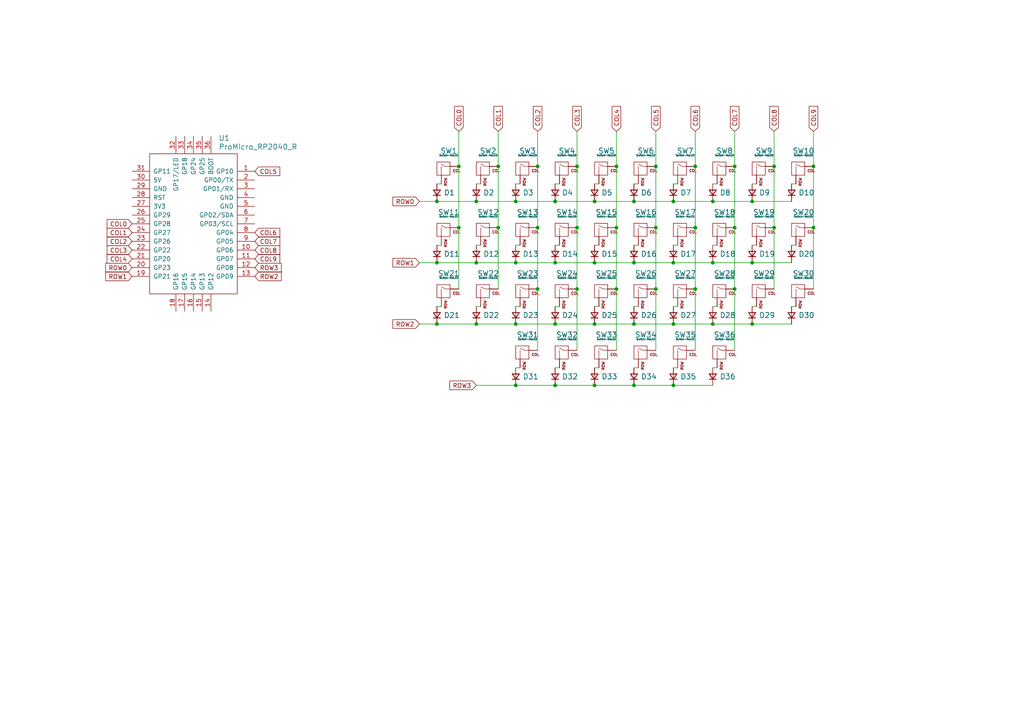
<source format=kicad_sch>
(kicad_sch (version 20230121) (generator eeschema)
  (paper "A4")
  (lib_symbols
    (symbol "KBD:Diode" (pin_numbers hide) (pin_names (offset 1.016) hide)
      (property "Reference" "D" (at -3.81 -1.27 90))
      (symbol "Diode_0_1"
        (polyline (pts (xy -0.762 -2.286) (xy -0.762 -0.254)) (stroke (width 0.254)))
        (polyline (pts (xy -0.762 -1.27) (xy 0.762 -1.27)))
        (polyline (pts (xy 0.762 -2.286) (xy -0.762 -1.27) (xy 0.762 -0.254) (xy 0.762 -2.286)) (stroke (width 0.254)))
      )
      (symbol "Diode_1_1"
        (pin passive line (at -2.54 -1.27 0) (length 1.778) (name "K") (number "1"))
        (pin passive line (at 2.54 -1.27 180) (length 1.778) (name "A") (number "2"))
      )
    )
    (symbol "KBD:ProMicro_RP2040_R" (pin_names (offset 1.016))
      (property "Reference" "U" (at 0 27.94 0))
      (property "Value" "ProMicro_RP2040_R" (at 0 -29.21 0))
      (symbol "ProMicro_RP2040_R_0_1"
        (rectangle (start -12.7 -20.32) (end 12.7 20.32))
      )
      (symbol "ProMicro_RP2040_R_1_1"
        (pin bidirectional line (at 17.78 15.24 180) (length 5.08) (name "GP10") (number "1"))
        (pin bidirectional line (at 17.78 -7.62 180) (length 5.08) (name "GP06") (number "10"))
        (pin bidirectional line (at 17.78 -10.16 180) (length 5.08) (name "GP07") (number "11"))
        (pin bidirectional line (at 17.78 -12.7 180) (length 5.08) (name "GP08") (number "12"))
        (pin bidirectional line (at 17.78 -15.24 180) (length 5.08) (name "GP09") (number "13"))
        (pin bidirectional line (at 5.08 -25.4 90) (length 5.08) (name "GP12") (number "14"))
        (pin bidirectional line (at 2.54 -25.4 90) (length 5.08) (name "GP13") (number "15"))
        (pin bidirectional line (at 0 -25.4 90) (length 5.08) (name "GP14") (number "16"))
        (pin bidirectional line (at -2.54 -25.4 90) (length 5.08) (name "GP15") (number "17"))
        (pin bidirectional line (at -5.08 -25.4 90) (length 5.08) (name "GP16") (number "18"))
        (pin bidirectional line (at -17.78 -15.24 0) (length 5.08) (name "GP21") (number "19"))
        (pin bidirectional line (at 17.78 12.7 180) (length 5.08) (name "GP00/TX") (number "2"))
        (pin bidirectional line (at -17.78 -12.7 0) (length 5.08) (name "GP23") (number "20"))
        (pin bidirectional line (at -17.78 -10.16 0) (length 5.08) (name "GP20") (number "21"))
        (pin bidirectional line (at -17.78 -7.62 0) (length 5.08) (name "GP22") (number "22"))
        (pin bidirectional line (at -17.78 -5.08 0) (length 5.08) (name "GP26") (number "23"))
        (pin bidirectional line (at -17.78 -2.54 0) (length 5.08) (name "GP27") (number "24"))
        (pin bidirectional line (at -17.78 0 0) (length 5.08) (name "GP28") (number "25"))
        (pin bidirectional line (at -17.78 2.54 0) (length 5.08) (name "GP29") (number "26"))
        (pin power_in line (at -17.78 5.08 0) (length 5.08) (name "3V3") (number "27"))
        (pin input line (at -17.78 7.62 0) (length 5.08) (name "RST") (number "28"))
        (pin power_in line (at -17.78 10.16 0) (length 5.08) (name "GND") (number "29"))
        (pin bidirectional line (at 17.78 10.16 180) (length 5.08) (name "GP01/RX") (number "3"))
        (pin power_out line (at -17.78 12.7 0) (length 5.08) (name "5V") (number "30"))
        (pin power_out line (at -17.78 15.24 0) (length 5.08) (name "GP11") (number "31"))
        (pin bidirectional line (at -5.08 25.4 270) (length 5.08) (name "GP17/LED") (number "32"))
        (pin bidirectional line (at -2.54 25.4 270) (length 5.08) (name "GP18") (number "33"))
        (pin bidirectional line (at 0 25.4 270) (length 5.08) (name "GP24") (number "34"))
        (pin bidirectional line (at 2.54 25.4 270) (length 5.08) (name "GP25") (number "35"))
        (pin bidirectional line (at 5.08 25.4 270) (length 5.08) (name "BOOT") (number "36"))
        (pin power_in line (at 17.78 7.62 180) (length 5.08) (name "GND") (number "4"))
        (pin power_in line (at 17.78 5.08 180) (length 5.08) (name "GND") (number "5"))
        (pin bidirectional line (at 17.78 2.54 180) (length 5.08) (name "GP02/SDA") (number "6"))
        (pin bidirectional line (at 17.78 0 180) (length 5.08) (name "GP03/SCL") (number "7"))
        (pin bidirectional line (at 17.78 -2.54 180) (length 5.08) (name "GP04") (number "8"))
        (pin bidirectional line (at 17.78 -5.08 180) (length 5.08) (name "GP05") (number "9"))
      )
    )
    (symbol "KBD:Switch-NoLED" (pin_names (offset 1.016))
      (property "Reference" "SW" (at -0.635 3.81 0))
      (property "Value" "Switch-NoLED" (at -0.635 1.27 0))
      (symbol "Switch-NoLED_0_0"
        (rectangle (start -2.54 2.54) (end 1.27 -1.27))
        (polyline (pts (xy -1.27 -1.27) (xy -1.27 1.27)) (stroke (width 0.127)))
        (polyline (pts (xy 1.27 1.27) (xy 0 1.27) (xy -1.27 1.905)) (stroke (width 0.127)))
        (text "COL" (at 3.175 0 0) (effects (font (size 0.762 0.762))))
        (text "ROW" (at 0 -1.905 900) (effects (font (size 0.762 0.762)) (justify right)))
      )
      (symbol "Switch-NoLED_1_1"
        (pin passive line (at 3.81 1.27 180) (length 2.54) (name "COL") (number "1"))
        (pin passive line (at -1.27 -3.81 90) (length 2.54) (name "ROW") (number "2"))
      )
    )
  )
  (junction (at 178.7906 83.82))
  (junction (at 195.3006 111.76))
  (junction (at 161.0106 76.2))
  (junction (at 155.9306 83.82))
  (junction (at 183.8706 111.76))
  (junction (at 167.3606 83.82))
  (junction (at 172.4406 93.98))
  (junction (at 161.0106 111.76))
  (junction (at 201.6506 48.26))
  (junction (at 224.5106 48.26))
  (junction (at 183.8706 76.2))
  (junction (at 195.3006 58.42))
  (junction (at 235.9406 66.04))
  (junction (at 183.8706 93.98))
  (junction (at 224.5106 66.04))
  (junction (at 138.1506 58.42))
  (junction (at 144.5006 48.26))
  (junction (at 213.0806 66.04))
  (junction (at 149.5806 58.42))
  (junction (at 178.7906 66.04))
  (junction (at 172.4406 76.2))
  (junction (at 206.7306 93.98))
  (junction (at 190.2206 66.04))
  (junction (at 235.9406 48.26))
  (junction (at 178.7906 48.26))
  (junction (at 213.0806 83.82))
  (junction (at 133.0706 66.04))
  (junction (at 138.1506 76.2))
  (junction (at 167.3606 66.04))
  (junction (at 201.6506 83.82))
  (junction (at 218.1606 76.2))
  (junction (at 161.0106 93.98))
  (junction (at 201.6506 66.04))
  (junction (at 195.3006 93.98))
  (junction (at 167.3606 48.26))
  (junction (at 155.9306 66.04))
  (junction (at 218.1606 58.42))
  (junction (at 218.1606 93.98))
  (junction (at 133.0706 48.26))
  (junction (at 149.5806 93.98))
  (junction (at 138.1506 93.98))
  (junction (at 190.2206 48.26))
  (junction (at 126.7206 93.98))
  (junction (at 172.4406 111.76))
  (junction (at 190.2206 83.82))
  (junction (at 149.5806 111.76))
  (junction (at 155.9306 48.26))
  (junction (at 161.0106 58.42))
  (junction (at 144.5006 66.04))
  (junction (at 213.0806 48.26))
  (junction (at 126.7206 58.42))
  (junction (at 206.7306 76.2))
  (junction (at 206.7306 58.42))
  (junction (at 149.5806 76.2))
  (junction (at 195.3006 76.2))
  (junction (at 172.4406 58.42))
  (junction (at 126.7206 76.2))
  (junction (at 183.8706 58.42))
  (wire (pts (xy 190.2206 83.82) (xy 190.2206 101.6)))
  (wire (pts (xy 144.5006 48.26) (xy 144.5006 66.04)))
  (wire (pts (xy 149.5806 93.98) (xy 161.0106 93.98)))
  (wire (pts (xy 161.0106 76.2) (xy 172.4406 76.2)))
  (wire (pts (xy 218.1606 88.9) (xy 219.4306 88.9)))
  (wire (pts (xy 121.6406 58.42) (xy 126.7206 58.42)))
  (wire (pts (xy 149.5806 71.12) (xy 150.8506 71.12)))
  (wire (pts (xy 133.0706 66.04) (xy 133.0706 83.82)))
  (wire (pts (xy 235.9406 38.1) (xy 235.9406 48.26)))
  (wire (pts (xy 161.0106 111.76) (xy 172.4406 111.76)))
  (wire (pts (xy 183.8706 76.2) (xy 195.3006 76.2)))
  (wire (pts (xy 213.0806 83.82) (xy 213.0806 101.6)))
  (wire (pts (xy 190.2206 66.04) (xy 190.2206 83.82)))
  (wire (pts (xy 201.6506 48.26) (xy 201.6506 66.04)))
  (wire (pts (xy 195.3006 71.12) (xy 196.5706 71.12)))
  (wire (pts (xy 138.1506 58.42) (xy 149.5806 58.42)))
  (wire (pts (xy 138.1506 93.98) (xy 149.5806 93.98)))
  (wire (pts (xy 155.9306 66.04) (xy 155.9306 83.82)))
  (wire (pts (xy 161.0106 71.12) (xy 162.2806 71.12)))
  (wire (pts (xy 195.3006 58.42) (xy 206.7306 58.42)))
  (wire (pts (xy 149.5806 58.42) (xy 161.0106 58.42)))
  (wire (pts (xy 213.0806 48.26) (xy 213.0806 66.04)))
  (wire (pts (xy 218.1606 53.34) (xy 219.4306 53.34)))
  (wire (pts (xy 172.4406 88.9) (xy 173.7106 88.9)))
  (wire (pts (xy 126.7206 58.42) (xy 138.1506 58.42)))
  (wire (pts (xy 195.3006 76.2) (xy 206.7306 76.2)))
  (wire (pts (xy 172.4406 58.42) (xy 183.8706 58.42)))
  (wire (pts (xy 126.7206 88.9) (xy 127.9906 88.9)))
  (wire (pts (xy 161.0106 53.34) (xy 162.2806 53.34)))
  (wire (pts (xy 155.9306 38.1) (xy 155.9306 48.26)))
  (wire (pts (xy 121.6406 76.2) (xy 126.7206 76.2)))
  (wire (pts (xy 190.2206 48.26) (xy 190.2206 66.04)))
  (wire (pts (xy 218.1606 76.2) (xy 229.5906 76.2)))
  (wire (pts (xy 161.0106 106.68) (xy 162.2806 106.68)))
  (wire (pts (xy 149.5806 111.76) (xy 161.0106 111.76)))
  (wire (pts (xy 183.8706 53.34) (xy 185.1406 53.34)))
  (wire (pts (xy 133.0706 38.1) (xy 133.0706 48.26)))
  (wire (pts (xy 213.0806 38.1) (xy 213.0806 48.26)))
  (wire (pts (xy 201.6506 66.04) (xy 201.6506 83.82)))
  (wire (pts (xy 224.5106 66.04) (xy 224.5106 83.82)))
  (wire (pts (xy 183.8706 71.12) (xy 185.1406 71.12)))
  (wire (pts (xy 149.5806 88.9) (xy 150.8506 88.9)))
  (wire (pts (xy 218.1606 71.12) (xy 219.4306 71.12)))
  (wire (pts (xy 126.7206 93.98) (xy 138.1506 93.98)))
  (wire (pts (xy 206.7306 88.9) (xy 208.0006 88.9)))
  (wire (pts (xy 206.7306 71.12) (xy 208.0006 71.12)))
  (wire (pts (xy 167.3606 83.82) (xy 167.3606 101.6)))
  (wire (pts (xy 206.7306 93.98) (xy 218.1606 93.98)))
  (wire (pts (xy 144.5006 66.04) (xy 144.5006 83.82)))
  (wire (pts (xy 161.0106 58.42) (xy 172.4406 58.42)))
  (wire (pts (xy 178.7906 83.82) (xy 178.7906 101.6)))
  (wire (pts (xy 167.3606 48.26) (xy 167.3606 66.04)))
  (wire (pts (xy 224.5106 48.26) (xy 224.5106 66.04)))
  (wire (pts (xy 172.4406 76.2) (xy 183.8706 76.2)))
  (wire (pts (xy 144.5006 38.1) (xy 144.5006 48.26)))
  (wire (pts (xy 138.1506 53.34) (xy 139.4206 53.34)))
  (wire (pts (xy 195.3006 93.98) (xy 206.7306 93.98)))
  (wire (pts (xy 206.7306 106.68) (xy 208.0006 106.68)))
  (wire (pts (xy 206.7306 58.42) (xy 218.1606 58.42)))
  (wire (pts (xy 229.5906 88.9) (xy 230.8606 88.9)))
  (wire (pts (xy 172.4406 111.76) (xy 183.8706 111.76)))
  (wire (pts (xy 126.7206 76.2) (xy 138.1506 76.2)))
  (wire (pts (xy 183.8706 88.9) (xy 185.1406 88.9)))
  (wire (pts (xy 126.7206 71.12) (xy 127.9906 71.12)))
  (wire (pts (xy 190.2206 38.1) (xy 190.2206 48.26)))
  (wire (pts (xy 178.7906 48.26) (xy 178.7906 66.04)))
  (wire (pts (xy 218.1606 93.98) (xy 229.5906 93.98)))
  (wire (pts (xy 201.6506 38.1) (xy 201.6506 48.26)))
  (wire (pts (xy 138.1506 111.76) (xy 149.5806 111.76)))
  (wire (pts (xy 206.7306 76.2) (xy 218.1606 76.2)))
  (wire (pts (xy 195.3006 111.76) (xy 206.7306 111.76)))
  (wire (pts (xy 183.8706 106.68) (xy 185.1406 106.68)))
  (wire (pts (xy 167.3606 66.04) (xy 167.3606 83.82)))
  (wire (pts (xy 178.7906 66.04) (xy 178.7906 83.82)))
  (wire (pts (xy 172.4406 93.98) (xy 183.8706 93.98)))
  (wire (pts (xy 218.1606 58.42) (xy 229.5906 58.42)))
  (wire (pts (xy 161.0106 93.98) (xy 172.4406 93.98)))
  (wire (pts (xy 235.9406 48.26) (xy 235.9406 66.04)))
  (wire (pts (xy 155.9306 48.26) (xy 155.9306 66.04)))
  (wire (pts (xy 213.0806 66.04) (xy 213.0806 83.82)))
  (wire (pts (xy 138.1506 71.12) (xy 139.4206 71.12)))
  (wire (pts (xy 201.6506 83.82) (xy 201.6506 101.6)))
  (wire (pts (xy 126.7206 53.34) (xy 127.9906 53.34)))
  (wire (pts (xy 172.4406 71.12) (xy 173.7106 71.12)))
  (wire (pts (xy 121.6406 93.98) (xy 126.7206 93.98)))
  (wire (pts (xy 183.8706 93.98) (xy 195.3006 93.98)))
  (wire (pts (xy 161.0106 88.9) (xy 162.2806 88.9)))
  (wire (pts (xy 172.4406 53.34) (xy 173.7106 53.34)))
  (wire (pts (xy 224.5106 38.1) (xy 224.5106 48.26)))
  (wire (pts (xy 155.9306 83.82) (xy 155.9306 101.6)))
  (wire (pts (xy 167.3606 38.1) (xy 167.3606 48.26)))
  (wire (pts (xy 149.5806 106.68) (xy 150.8506 106.68)))
  (wire (pts (xy 229.5906 71.12) (xy 230.8606 71.12)))
  (wire (pts (xy 183.8706 111.76) (xy 195.3006 111.76)))
  (wire (pts (xy 195.3006 88.9) (xy 196.5706 88.9)))
  (wire (pts (xy 178.7906 38.1) (xy 178.7906 48.26)))
  (wire (pts (xy 138.1506 88.9) (xy 139.4206 88.9)))
  (wire (pts (xy 172.4406 106.68) (xy 173.7106 106.68)))
  (wire (pts (xy 149.5806 76.2) (xy 161.0106 76.2)))
  (wire (pts (xy 138.1506 76.2) (xy 149.5806 76.2)))
  (wire (pts (xy 235.9406 66.04) (xy 235.9406 83.82)))
  (wire (pts (xy 133.0706 48.26) (xy 133.0706 66.04)))
  (wire (pts (xy 229.5906 53.34) (xy 230.8606 53.34)))
  (wire (pts (xy 149.5806 53.34) (xy 150.8506 53.34)))
  (wire (pts (xy 195.3006 53.34) (xy 196.5706 53.34)))
  (wire (pts (xy 183.8706 58.42) (xy 195.3006 58.42)))
  (wire (pts (xy 206.7306 53.34) (xy 208.0006 53.34)))
  (wire (pts (xy 195.3006 106.68) (xy 196.5706 106.68)))
  (global_label "ROW0" (shape input) (at 38.3286 77.6224 180) (property "Intersheetrefs" "${INTERSHEET_REFS}" (effects hide)))
  (global_label "ROW1" (shape input) (at 38.3286 80.1624 180) (property "Intersheetrefs" "${INTERSHEET_REFS}" (effects hide)))
  (global_label "COL3" (shape input) (at 38.3286 72.5424 180) (property "Intersheetrefs" "${INTERSHEET_REFS}" (effects hide)))
  (global_label "ROW0" (shape input) (at 121.6406 58.42 180) (property "Intersheetrefs" "${INTERSHEET_REFS}" (effects hide)))
  (global_label "ROW2" (shape input) (at 73.8886 80.1624 0) (property "Intersheetrefs" "${INTERSHEET_REFS}" (effects hide)))
  (global_label "COL0" (shape input) (at 133.0706 38.1 90) (property "Intersheetrefs" "${INTERSHEET_REFS}" (effects hide)))
  (global_label "COL1" (shape input) (at 144.5006 38.1 90) (property "Intersheetrefs" "${INTERSHEET_REFS}" (effects hide)))
  (global_label "COL3" (shape input) (at 167.3606 38.1 90) (property "Intersheetrefs" "${INTERSHEET_REFS}" (effects hide)))
  (global_label "COL5" (shape input) (at 73.8886 49.6824 0) (property "Intersheetrefs" "${INTERSHEET_REFS}" (effects hide)))
  (global_label "ROW2" (shape input) (at 121.6406 93.98 180) (property "Intersheetrefs" "${INTERSHEET_REFS}" (effects hide)))
  (global_label "COL5" (shape input) (at 190.2206 38.1 90) (property "Intersheetrefs" "${INTERSHEET_REFS}" (effects hide)))
  (global_label "COL8" (shape input) (at 224.5106 38.1 90) (property "Intersheetrefs" "${INTERSHEET_REFS}" (effects hide)))
  (global_label "COL4" (shape input) (at 38.3286 75.0824 180) (property "Intersheetrefs" "${INTERSHEET_REFS}" (effects hide)))
  (global_label "COL8" (shape input) (at 73.8886 72.5424 0) (property "Intersheetrefs" "${INTERSHEET_REFS}" (effects hide)))
  (global_label "COL2" (shape input) (at 155.9306 38.1 90) (property "Intersheetrefs" "${INTERSHEET_REFS}" (effects hide)))
  (global_label "COL9" (shape input) (at 73.8886 75.0824 0) (property "Intersheetrefs" "${INTERSHEET_REFS}" (effects hide)))
  (global_label "ROW3" (shape input) (at 73.8886 77.6224 0) (property "Intersheetrefs" "${INTERSHEET_REFS}" (effects hide)))
  (global_label "COL6" (shape input) (at 201.6506 38.1 90) (property "Intersheetrefs" "${INTERSHEET_REFS}" (effects hide)))
  (global_label "COL9" (shape input) (at 235.9406 38.1 90) (property "Intersheetrefs" "${INTERSHEET_REFS}" (effects hide)))
  (global_label "COL2" (shape input) (at 38.3286 70.0024 180) (property "Intersheetrefs" "${INTERSHEET_REFS}" (effects hide)))
  (global_label "ROW3" (shape input) (at 138.1506 111.76 180) (property "Intersheetrefs" "${INTERSHEET_REFS}" (effects hide)))
  (global_label "ROW1" (shape input) (at 121.6406 76.2 180) (property "Intersheetrefs" "${INTERSHEET_REFS}" (effects hide)))
  (global_label "COL7" (shape input) (at 73.8886 70.0024 0) (property "Intersheetrefs" "${INTERSHEET_REFS}" (effects hide)))
  (global_label "COL4" (shape input) (at 178.7906 38.1 90) (property "Intersheetrefs" "${INTERSHEET_REFS}" (effects hide)))
  (global_label "COL6" (shape input) (at 73.8886 67.4624 0) (property "Intersheetrefs" "${INTERSHEET_REFS}" (effects hide)))
  (global_label "COL7" (shape input) (at 213.0806 38.1 90) (property "Intersheetrefs" "${INTERSHEET_REFS}" (effects hide)))
  (global_label "COL0" (shape input) (at 38.3286 64.9224 180) (property "Intersheetrefs" "${INTERSHEET_REFS}" (effects hide)))
  (global_label "COL1" (shape input) (at 38.3286 67.4624 180) (property "Intersheetrefs" "${INTERSHEET_REFS}" (effects hide)))
  (symbol (lib_id "KBD:Diode") (at 148.3106 55.88 90) (unit 1)
    (property "Reference" "D3" (at 151.5618 55.88 90) (effects (font (size 1.524 1.524)) (justify right)))
    (property "Value" "Diode" (effects hide))
    (property "Footprint" "KBD:D3_SMD" (effects hide))
  )
  (symbol (lib_id "KBD:Diode") (at 216.8906 55.88 90) (unit 1)
    (property "Reference" "D9" (at 220.1418 55.88 90) (effects (font (size 1.524 1.524)) (justify right)))
    (property "Value" "Diode" (effects hide))
    (property "Footprint" "KBD:D3_SMD" (effects hide))
  )
  (symbol (lib_id "KBD:Switch-NoLED") (at 186.4106 85.09 0) (unit 1)
    (property "Reference" "SW26" (at 187.3058 79.3242 0) (effects (font (size 1.524 1.524))))
    (property "Value" "Switch-NoLED" (at 187.3058 80.5942 0) (effects (font (size 0.508 0.508))))
    (property "Footprint" "KBD:SW_Gateron_LowProfile_HotSwap_PTH" (effects hide))
  )
  (symbol (lib_id "KBD:Diode") (at 182.6006 109.22 90) (unit 1)
    (property "Reference" "D34" (at 185.8518 109.22 90) (effects (font (size 1.524 1.524)) (justify right)))
    (property "Value" "Diode" (effects hide))
    (property "Footprint" "KBD:D3_SMD" (effects hide))
  )
  (symbol (lib_id "KBD:Switch-NoLED") (at 174.9806 85.09 0) (unit 1)
    (property "Reference" "SW25" (at 175.8758 79.3242 0) (effects (font (size 1.524 1.524))))
    (property "Value" "Switch-NoLED" (at 175.8758 80.5942 0) (effects (font (size 0.508 0.508))))
    (property "Footprint" "KBD:SW_Gateron_LowProfile_HotSwap_PTH" (effects hide))
  )
  (symbol (lib_id "KBD:Diode") (at 228.3206 91.44 90) (unit 1)
    (property "Reference" "D30" (at 231.5718 91.44 90) (effects (font (size 1.524 1.524)) (justify right)))
    (property "Value" "Diode" (effects hide))
    (property "Footprint" "KBD:D3_SMD" (effects hide))
  )
  (symbol (lib_id "KBD:Switch-NoLED") (at 209.2706 102.87 0) (unit 1)
    (property "Reference" "SW36" (at 210.1658 97.1042 0) (effects (font (size 1.524 1.524))))
    (property "Value" "Switch-NoLED" (at 210.1658 98.3742 0) (effects (font (size 0.508 0.508))))
    (property "Footprint" "KBD:SW_Gateron_LowProfile_HotSwap_PTH" (effects hide))
  )
  (symbol (lib_id "KBD:Diode") (at 171.1706 73.66 90) (unit 1)
    (property "Reference" "D15" (at 174.4218 73.66 90) (effects (font (size 1.524 1.524)) (justify right)))
    (property "Value" "Diode" (effects hide))
    (property "Footprint" "KBD:D3_SMD" (effects hide))
  )
  (symbol (lib_id "KBD:Diode") (at 159.7406 91.44 90) (unit 1)
    (property "Reference" "D24" (at 162.9918 91.44 90) (effects (font (size 1.524 1.524)) (justify right)))
    (property "Value" "Diode" (effects hide))
    (property "Footprint" "KBD:D3_SMD" (effects hide))
  )
  (symbol (lib_id "KBD:Switch-NoLED") (at 163.5506 85.09 0) (unit 1)
    (property "Reference" "SW24" (at 164.4458 79.3242 0) (effects (font (size 1.524 1.524))))
    (property "Value" "Switch-NoLED" (at 164.4458 80.5942 0) (effects (font (size 0.508 0.508))))
    (property "Footprint" "KBD:SW_Gateron_LowProfile_HotSwap_PTH" (effects hide))
  )
  (symbol (lib_id "KBD:Switch-NoLED") (at 209.2706 67.31 0) (unit 1)
    (property "Reference" "SW18" (at 210.1658 61.5442 0) (effects (font (size 1.524 1.524))))
    (property "Value" "Switch-NoLED" (at 210.1658 62.8142 0) (effects (font (size 0.508 0.508))))
    (property "Footprint" "KBD:SW_Gateron_LowProfile_HotSwap_PTH" (effects hide))
  )
  (symbol (lib_id "KBD:Diode") (at 125.4506 55.88 90) (unit 1)
    (property "Reference" "D1" (at 128.7018 55.88 90) (effects (font (size 1.524 1.524)) (justify right)))
    (property "Value" "Diode" (effects hide))
    (property "Footprint" "KBD:D3_SMD" (effects hide))
  )
  (symbol (lib_id "KBD:Diode") (at 182.6006 73.66 90) (unit 1)
    (property "Reference" "D16" (at 185.8518 73.66 90) (effects (font (size 1.524 1.524)) (justify right)))
    (property "Value" "Diode" (effects hide))
    (property "Footprint" "KBD:D3_SMD" (effects hide))
  )
  (symbol (lib_id "KBD:Diode") (at 205.4606 55.88 90) (unit 1)
    (property "Reference" "D8" (at 208.7118 55.88 90) (effects (font (size 1.524 1.524)) (justify right)))
    (property "Value" "Diode" (effects hide))
    (property "Footprint" "KBD:D3_SMD" (effects hide))
  )
  (symbol (lib_id "KBD:Switch-NoLED") (at 152.1206 85.09 0) (unit 1)
    (property "Reference" "SW23" (at 153.0158 79.3242 0) (effects (font (size 1.524 1.524))))
    (property "Value" "Switch-NoLED" (at 153.0158 80.5942 0) (effects (font (size 0.508 0.508))))
    (property "Footprint" "KBD:SW_Gateron_LowProfile_HotSwap_PTH" (effects hide))
  )
  (symbol (lib_id "KBD:Switch-NoLED") (at 140.6906 67.31 0) (unit 1)
    (property "Reference" "SW12" (at 141.5858 61.5442 0) (effects (font (size 1.524 1.524))))
    (property "Value" "Switch-NoLED" (at 141.5858 62.8142 0) (effects (font (size 0.508 0.508))))
    (property "Footprint" "KBD:SW_Gateron_LowProfile_HotSwap_PTH" (effects hide))
  )
  (symbol (lib_id "KBD:Diode") (at 228.3206 55.88 90) (unit 1)
    (property "Reference" "D10" (at 231.5718 55.88 90) (effects (font (size 1.524 1.524)) (justify right)))
    (property "Value" "Diode" (effects hide))
    (property "Footprint" "KBD:D3_SMD" (effects hide))
  )
  (symbol (lib_id "KBD:Diode") (at 136.8806 91.44 90) (unit 1)
    (property "Reference" "D22" (at 140.1318 91.44 90) (effects (font (size 1.524 1.524)) (justify right)))
    (property "Value" "Diode" (effects hide))
    (property "Footprint" "KBD:D3_SMD" (effects hide))
  )
  (symbol (lib_id "KBD:Diode") (at 216.8906 91.44 90) (unit 1)
    (property "Reference" "D29" (at 220.1418 91.44 90) (effects (font (size 1.524 1.524)) (justify right)))
    (property "Value" "Diode" (effects hide))
    (property "Footprint" "KBD:D3_SMD" (effects hide))
  )
  (symbol (lib_id "KBD:Diode") (at 182.6006 55.88 90) (unit 1)
    (property "Reference" "D6" (at 185.8518 55.88 90) (effects (font (size 1.524 1.524)) (justify right)))
    (property "Value" "Diode" (effects hide))
    (property "Footprint" "KBD:D3_SMD" (effects hide))
  )
  (symbol (lib_id "KBD:Switch-NoLED") (at 220.7006 85.09 0) (unit 1)
    (property "Reference" "SW29" (at 221.5958 79.3242 0) (effects (font (size 1.524 1.524))))
    (property "Value" "Switch-NoLED" (at 221.5958 80.5942 0) (effects (font (size 0.508 0.508))))
    (property "Footprint" "KBD:SW_Gateron_LowProfile_HotSwap_PTH" (effects hide))
  )
  (symbol (lib_id "KBD:Switch-NoLED") (at 220.7006 67.31 0) (unit 1)
    (property "Reference" "SW19" (at 221.5958 61.5442 0) (effects (font (size 1.524 1.524))))
    (property "Value" "Switch-NoLED" (at 221.5958 62.8142 0) (effects (font (size 0.508 0.508))))
    (property "Footprint" "KBD:SW_Gateron_LowProfile_HotSwap_PTH" (effects hide))
  )
  (symbol (lib_id "KBD:Diode") (at 194.0306 109.22 90) (unit 1)
    (property "Reference" "D35" (at 197.2818 109.22 90) (effects (font (size 1.524 1.524)) (justify right)))
    (property "Value" "Diode" (effects hide))
    (property "Footprint" "KBD:D3_SMD" (effects hide))
  )
  (symbol (lib_id "KBD:Diode") (at 159.7406 55.88 90) (unit 1)
    (property "Reference" "D4" (at 162.9918 55.88 90) (effects (font (size 1.524 1.524)) (justify right)))
    (property "Value" "Diode" (effects hide))
    (property "Footprint" "KBD:D3_SMD" (effects hide))
  )
  (symbol (lib_id "KBD:Switch-NoLED") (at 232.1306 67.31 0) (unit 1)
    (property "Reference" "SW20" (at 233.0258 61.5442 0) (effects (font (size 1.524 1.524))))
    (property "Value" "Switch-NoLED" (at 233.0258 62.8142 0) (effects (font (size 0.508 0.508))))
    (property "Footprint" "KBD:SW_Gateron_LowProfile_HotSwap_PTH" (effects hide))
  )
  (symbol (lib_id "KBD:Diode") (at 216.8906 73.66 90) (unit 1)
    (property "Reference" "D19" (at 220.1418 73.66 90) (effects (font (size 1.524 1.524)) (justify right)))
    (property "Value" "Diode" (effects hide))
    (property "Footprint" "KBD:D3_SMD" (effects hide))
  )
  (symbol (lib_id "KBD:Switch-NoLED") (at 174.9806 67.31 0) (unit 1)
    (property "Reference" "SW15" (at 175.8758 61.5442 0) (effects (font (size 1.524 1.524))))
    (property "Value" "Switch-NoLED" (at 175.8758 62.8142 0) (effects (font (size 0.508 0.508))))
    (property "Footprint" "KBD:SW_Gateron_LowProfile_HotSwap_PTH" (effects hide))
  )
  (symbol (lib_id "KBD:Diode") (at 136.8806 55.88 90) (unit 1)
    (property "Reference" "D2" (at 140.1318 55.88 90) (effects (font (size 1.524 1.524)) (justify right)))
    (property "Value" "Diode" (effects hide))
    (property "Footprint" "KBD:D3_SMD" (effects hide))
  )
  (symbol (lib_id "KBD:Switch-NoLED") (at 163.5506 67.31 0) (unit 1)
    (property "Reference" "SW14" (at 164.4458 61.5442 0) (effects (font (size 1.524 1.524))))
    (property "Value" "Switch-NoLED" (at 164.4458 62.8142 0) (effects (font (size 0.508 0.508))))
    (property "Footprint" "KBD:SW_Gateron_LowProfile_HotSwap_PTH" (effects hide))
  )
  (symbol (lib_id "KBD:Diode") (at 194.0306 73.66 90) (unit 1)
    (property "Reference" "D17" (at 197.2818 73.66 90) (effects (font (size 1.524 1.524)) (justify right)))
    (property "Value" "Diode" (effects hide))
    (property "Footprint" "KBD:D3_SMD" (effects hide))
  )
  (symbol (lib_id "KBD:Switch-NoLED") (at 129.2606 67.31 0) (unit 1)
    (property "Reference" "SW11" (at 130.1558 61.5442 0) (effects (font (size 1.524 1.524))))
    (property "Value" "Switch-NoLED" (at 130.1558 62.8142 0) (effects (font (size 0.508 0.508))))
    (property "Footprint" "KBD:SW_Gateron_LowProfile_HotSwap_PTH" (effects hide))
  )
  (symbol (lib_id "KBD:Switch-NoLED") (at 186.4106 102.87 0) (unit 1)
    (property "Reference" "SW34" (at 187.3058 97.1042 0) (effects (font (size 1.524 1.524))))
    (property "Value" "Switch-NoLED" (at 187.3058 98.3742 0) (effects (font (size 0.508 0.508))))
    (property "Footprint" "KBD:SW_Gateron_LowProfile_HotSwap_PTH" (effects hide))
  )
  (symbol (lib_id "KBD:Diode") (at 205.4606 109.22 90) (unit 1)
    (property "Reference" "D36" (at 208.7118 109.22 90) (effects (font (size 1.524 1.524)) (justify right)))
    (property "Value" "Diode" (effects hide))
    (property "Footprint" "KBD:D3_SMD" (effects hide))
  )
  (symbol (lib_id "KBD:ProMicro_RP2040_R") (at 56.1086 64.9224 0) (unit 1)
    (property "Reference" "U1" (at 63.3827 40.0558 0) (effects (font (size 1.524 1.524)) (justify left)))
    (property "Value" "ProMicro_RP2040_R" (at 63.3827 42.5958 0) (effects (font (size 1.524 1.524)) (justify left)))
    (property "Footprint" "KBD:ProMicro_RP2040_v3.5_R" (effects hide))
  )
  (symbol (lib_id "KBD:Diode") (at 171.1706 91.44 90) (unit 1)
    (property "Reference" "D25" (at 174.4218 91.44 90) (effects (font (size 1.524 1.524)) (justify right)))
    (property "Value" "Diode" (effects hide))
    (property "Footprint" "KBD:D3_SMD" (effects hide))
  )
  (symbol (lib_id "KBD:Diode") (at 125.4506 91.44 90) (unit 1)
    (property "Reference" "D21" (at 128.7018 91.44 90) (effects (font (size 1.524 1.524)) (justify right)))
    (property "Value" "Diode" (effects hide))
    (property "Footprint" "KBD:D3_SMD" (effects hide))
  )
  (symbol (lib_id "KBD:Switch-NoLED") (at 140.6906 85.09 0) (unit 1)
    (property "Reference" "SW22" (at 141.5858 79.3242 0) (effects (font (size 1.524 1.524))))
    (property "Value" "Switch-NoLED" (at 141.5858 80.5942 0) (effects (font (size 0.508 0.508))))
    (property "Footprint" "KBD:SW_Gateron_LowProfile_HotSwap_PTH" (effects hide))
  )
  (symbol (lib_id "KBD:Switch-NoLED") (at 174.9806 102.87 0) (unit 1)
    (property "Reference" "SW33" (at 175.8758 97.1042 0) (effects (font (size 1.524 1.524))))
    (property "Value" "Switch-NoLED" (at 175.8758 98.3742 0) (effects (font (size 0.508 0.508))))
    (property "Footprint" "KBD:SW_Gateron_LowProfile_HotSwap_PTH" (effects hide))
  )
  (symbol (lib_id "KBD:Switch-NoLED") (at 197.8406 67.31 0) (unit 1)
    (property "Reference" "SW17" (at 198.7358 61.5442 0) (effects (font (size 1.524 1.524))))
    (property "Value" "Switch-NoLED" (at 198.7358 62.8142 0) (effects (font (size 0.508 0.508))))
    (property "Footprint" "KBD:SW_Gateron_LowProfile_HotSwap_PTH" (effects hide))
  )
  (symbol (lib_id "KBD:Switch-NoLED") (at 129.2606 49.53 0) (unit 1)
    (property "Reference" "SW1" (at 130.1558 43.7642 0) (effects (font (size 1.524 1.524))))
    (property "Value" "Switch-NoLED" (at 130.1558 45.0342 0) (effects (font (size 0.508 0.508))))
    (property "Footprint" "KBD:SW_Gateron_LowProfile_HotSwap_PTH" (effects hide))
  )
  (symbol (lib_id "KBD:Switch-NoLED") (at 232.1306 85.09 0) (unit 1)
    (property "Reference" "SW30" (at 233.0258 79.3242 0) (effects (font (size 1.524 1.524))))
    (property "Value" "Switch-NoLED" (at 233.0258 80.5942 0) (effects (font (size 0.508 0.508))))
    (property "Footprint" "KBD:SW_Gateron_LowProfile_HotSwap_PTH" (effects hide))
  )
  (symbol (lib_id "KBD:Switch-NoLED") (at 163.5506 102.87 0) (unit 1)
    (property "Reference" "SW32" (at 164.4458 97.1042 0) (effects (font (size 1.524 1.524))))
    (property "Value" "Switch-NoLED" (at 164.4458 98.3742 0) (effects (font (size 0.508 0.508))))
    (property "Footprint" "KBD:SW_Gateron_LowProfile_HotSwap_PTH" (effects hide))
  )
  (symbol (lib_id "KBD:Switch-NoLED") (at 209.2706 49.53 0) (unit 1)
    (property "Reference" "SW8" (at 210.1658 43.7642 0) (effects (font (size 1.524 1.524))))
    (property "Value" "Switch-NoLED" (at 210.1658 45.0342 0) (effects (font (size 0.508 0.508))))
    (property "Footprint" "KBD:SW_Gateron_LowProfile_HotSwap_PTH" (effects hide))
  )
  (symbol (lib_id "KBD:Switch-NoLED") (at 197.8406 85.09 0) (unit 1)
    (property "Reference" "SW27" (at 198.7358 79.3242 0) (effects (font (size 1.524 1.524))))
    (property "Value" "Switch-NoLED" (at 198.7358 80.5942 0) (effects (font (size 0.508 0.508))))
    (property "Footprint" "KBD:SW_Gateron_LowProfile_HotSwap_PTH" (effects hide))
  )
  (symbol (lib_id "KBD:Switch-NoLED") (at 186.4106 49.53 0) (unit 1)
    (property "Reference" "SW6" (at 187.3058 43.7642 0) (effects (font (size 1.524 1.524))))
    (property "Value" "Switch-NoLED" (at 187.3058 45.0342 0) (effects (font (size 0.508 0.508))))
    (property "Footprint" "KBD:SW_Gateron_LowProfile_HotSwap_PTH" (effects hide))
  )
  (symbol (lib_id "KBD:Switch-NoLED") (at 232.1306 49.53 0) (unit 1)
    (property "Reference" "SW10" (at 233.0258 43.7642 0) (effects (font (size 1.524 1.524))))
    (property "Value" "Switch-NoLED" (at 233.0258 45.0342 0) (effects (font (size 0.508 0.508))))
    (property "Footprint" "KBD:SW_Gateron_LowProfile_HotSwap_PTH" (effects hide))
  )
  (symbol (lib_id "KBD:Switch-NoLED") (at 140.6906 49.53 0) (unit 1)
    (property "Reference" "SW2" (at 141.5858 43.7642 0) (effects (font (size 1.524 1.524))))
    (property "Value" "Switch-NoLED" (at 141.5858 45.0342 0) (effects (font (size 0.508 0.508))))
    (property "Footprint" "KBD:SW_Gateron_LowProfile_HotSwap_PTH" (effects hide))
  )
  (symbol (lib_id "KBD:Switch-NoLED") (at 220.7006 49.53 0) (unit 1)
    (property "Reference" "SW9" (at 221.5958 43.7642 0) (effects (font (size 1.524 1.524))))
    (property "Value" "Switch-NoLED" (at 221.5958 45.0342 0) (effects (font (size 0.508 0.508))))
    (property "Footprint" "KBD:SW_Gateron_LowProfile_HotSwap_PTH" (effects hide))
  )
  (symbol (lib_id "KBD:Diode") (at 194.0306 91.44 90) (unit 1)
    (property "Reference" "D27" (at 197.2818 91.44 90) (effects (font (size 1.524 1.524)) (justify right)))
    (property "Value" "Diode" (effects hide))
    (property "Footprint" "KBD:D3_SMD" (effects hide))
  )
  (symbol (lib_id "KBD:Diode") (at 194.0306 55.88 90) (unit 1)
    (property "Reference" "D7" (at 197.2818 55.88 90) (effects (font (size 1.524 1.524)) (justify right)))
    (property "Value" "Diode" (effects hide))
    (property "Footprint" "KBD:D3_SMD" (effects hide))
  )
  (symbol (lib_id "KBD:Diode") (at 205.4606 73.66 90) (unit 1)
    (property "Reference" "D18" (at 208.7118 73.66 90) (effects (font (size 1.524 1.524)) (justify right)))
    (property "Value" "Diode" (effects hide))
    (property "Footprint" "KBD:D3_SMD" (effects hide))
  )
  (symbol (lib_id "KBD:Switch-NoLED") (at 152.1206 67.31 0) (unit 1)
    (property "Reference" "SW13" (at 153.0158 61.5442 0) (effects (font (size 1.524 1.524))))
    (property "Value" "Switch-NoLED" (at 153.0158 62.8142 0) (effects (font (size 0.508 0.508))))
    (property "Footprint" "KBD:SW_Gateron_LowProfile_HotSwap_PTH" (effects hide))
  )
  (symbol (lib_id "KBD:Switch-NoLED") (at 186.4106 67.31 0) (unit 1)
    (property "Reference" "SW16" (at 187.3058 61.5442 0) (effects (font (size 1.524 1.524))))
    (property "Value" "Switch-NoLED" (at 187.3058 62.8142 0) (effects (font (size 0.508 0.508))))
    (property "Footprint" "KBD:SW_Gateron_LowProfile_HotSwap_PTH" (effects hide))
  )
  (symbol (lib_id "KBD:Switch-NoLED") (at 152.1206 49.53 0) (unit 1)
    (property "Reference" "SW3" (at 153.0158 43.7642 0) (effects (font (size 1.524 1.524))))
    (property "Value" "Switch-NoLED" (at 153.0158 45.0342 0) (effects (font (size 0.508 0.508))))
    (property "Footprint" "KBD:SW_Gateron_LowProfile_HotSwap_PTH" (effects hide))
  )
  (symbol (lib_id "KBD:Switch-NoLED") (at 129.2606 85.09 0) (unit 1)
    (property "Reference" "SW21" (at 130.1558 79.3242 0) (effects (font (size 1.524 1.524))))
    (property "Value" "Switch-NoLED" (at 130.1558 80.5942 0) (effects (font (size 0.508 0.508))))
    (property "Footprint" "KBD:SW_Gateron_LowProfile_HotSwap_PTH" (effects hide))
  )
  (symbol (lib_id "KBD:Diode") (at 136.8806 73.66 90) (unit 1)
    (property "Reference" "D12" (at 140.1318 73.66 90) (effects (font (size 1.524 1.524)) (justify right)))
    (property "Value" "Diode" (effects hide))
    (property "Footprint" "KBD:D3_SMD" (effects hide))
  )
  (symbol (lib_id "KBD:Switch-NoLED") (at 174.9806 49.53 0) (unit 1)
    (property "Reference" "SW5" (at 175.8758 43.7642 0) (effects (font (size 1.524 1.524))))
    (property "Value" "Switch-NoLED" (at 175.8758 45.0342 0) (effects (font (size 0.508 0.508))))
    (property "Footprint" "KBD:SW_Gateron_LowProfile_HotSwap_PTH" (effects hide))
  )
  (symbol (lib_id "KBD:Switch-NoLED") (at 209.2706 85.09 0) (unit 1)
    (property "Reference" "SW28" (at 210.1658 79.3242 0) (effects (font (size 1.524 1.524))))
    (property "Value" "Switch-NoLED" (at 210.1658 80.5942 0) (effects (font (size 0.508 0.508))))
    (property "Footprint" "KBD:SW_Gateron_LowProfile_HotSwap_PTH" (effects hide))
  )
  (symbol (lib_id "KBD:Diode") (at 159.7406 109.22 90) (unit 1)
    (property "Reference" "D32" (at 162.9918 109.22 90) (effects (font (size 1.524 1.524)) (justify right)))
    (property "Value" "Diode" (effects hide))
    (property "Footprint" "KBD:D3_SMD" (effects hide))
  )
  (symbol (lib_id "KBD:Diode") (at 171.1706 109.22 90) (unit 1)
    (property "Reference" "D33" (at 174.4218 109.22 90) (effects (font (size 1.524 1.524)) (justify right)))
    (property "Value" "Diode" (effects hide))
    (property "Footprint" "KBD:D3_SMD" (effects hide))
  )
  (symbol (lib_id "KBD:Diode") (at 171.1706 55.88 90) (unit 1)
    (property "Reference" "D5" (at 174.4218 55.88 90) (effects (font (size 1.524 1.524)) (justify right)))
    (property "Value" "Diode" (effects hide))
    (property "Footprint" "KBD:D3_SMD" (effects hide))
  )
  (symbol (lib_id "KBD:Diode") (at 159.7406 73.66 90) (unit 1)
    (property "Reference" "D14" (at 162.9918 73.66 90) (effects (font (size 1.524 1.524)) (justify right)))
    (property "Value" "Diode" (effects hide))
    (property "Footprint" "KBD:D3_SMD" (effects hide))
  )
  (symbol (lib_id "KBD:Diode") (at 148.3106 73.66 90) (unit 1)
    (property "Reference" "D13" (at 151.5618 73.66 90) (effects (font (size 1.524 1.524)) (justify right)))
    (property "Value" "Diode" (effects hide))
    (property "Footprint" "KBD:D3_SMD" (effects hide))
  )
  (symbol (lib_id "KBD:Switch-NoLED") (at 197.8406 49.53 0) (unit 1)
    (property "Reference" "SW7" (at 198.7358 43.7642 0) (effects (font (size 1.524 1.524))))
    (property "Value" "Switch-NoLED" (at 198.7358 45.0342 0) (effects (font (size 0.508 0.508))))
    (property "Footprint" "KBD:SW_Gateron_LowProfile_HotSwap_PTH" (effects hide))
  )
  (symbol (lib_id "KBD:Switch-NoLED") (at 197.8406 102.87 0) (unit 1)
    (property "Reference" "SW35" (at 198.7358 97.1042 0) (effects (font (size 1.524 1.524))))
    (property "Value" "Switch-NoLED" (at 198.7358 98.3742 0) (effects (font (size 0.508 0.508))))
    (property "Footprint" "KBD:SW_Gateron_LowProfile_HotSwap_PTH" (effects hide))
  )
  (symbol (lib_id "KBD:Diode") (at 205.4606 91.44 90) (unit 1)
    (property "Reference" "D28" (at 208.7118 91.44 90) (effects (font (size 1.524 1.524)) (justify right)))
    (property "Value" "Diode" (effects hide))
    (property "Footprint" "KBD:D3_SMD" (effects hide))
  )
  (symbol (lib_id "KBD:Diode") (at 182.6006 91.44 90) (unit 1)
    (property "Reference" "D26" (at 185.8518 91.44 90) (effects (font (size 1.524 1.524)) (justify right)))
    (property "Value" "Diode" (effects hide))
    (property "Footprint" "KBD:D3_SMD" (effects hide))
  )
  (symbol (lib_id "KBD:Diode") (at 148.3106 91.44 90) (unit 1)
    (property "Reference" "D23" (at 151.5618 91.44 90) (effects (font (size 1.524 1.524)) (justify right)))
    (property "Value" "Diode" (effects hide))
    (property "Footprint" "KBD:D3_SMD" (effects hide))
  )
  (symbol (lib_id "KBD:Diode") (at 125.4506 73.66 90) (unit 1)
    (property "Reference" "D11" (at 128.7018 73.66 90) (effects (font (size 1.524 1.524)) (justify right)))
    (property "Value" "Diode" (effects hide))
    (property "Footprint" "KBD:D3_SMD" (effects hide))
  )
  (symbol (lib_id "KBD:Diode") (at 148.3106 109.22 90) (unit 1)
    (property "Reference" "D31" (at 151.5618 109.22 90) (effects (font (size 1.524 1.524)) (justify right)))
    (property "Value" "Diode" (effects hide))
    (property "Footprint" "KBD:D3_SMD" (effects hide))
  )
  (symbol (lib_id "KBD:Switch-NoLED") (at 152.1206 102.87 0) (unit 1)
    (property "Reference" "SW31" (at 153.0158 97.1042 0) (effects (font (size 1.524 1.524))))
    (property "Value" "Switch-NoLED" (at 153.0158 98.3742 0) (effects (font (size 0.508 0.508))))
    (property "Footprint" "KBD:SW_Gateron_LowProfile_HotSwap_PTH" (effects hide))
  )
  (symbol (lib_id "KBD:Diode") (at 228.3206 73.66 90) (unit 1)
    (property "Reference" "D20" (at 231.5718 73.66 90) (effects (font (size 1.524 1.524)) (justify right)))
    (property "Value" "Diode" (effects hide))
    (property "Footprint" "KBD:D3_SMD" (effects hide))
  )
  (symbol (lib_id "KBD:Switch-NoLED") (at 163.5506 49.53 0) (unit 1)
    (property "Reference" "SW4" (at 164.4458 43.7642 0) (effects (font (size 1.524 1.524))))
    (property "Value" "Switch-NoLED" (at 164.4458 45.0342 0) (effects (font (size 0.508 0.508))))
    (property "Footprint" "KBD:SW_Gateron_LowProfile_HotSwap_PTH" (effects hide))
  )
)
</source>
